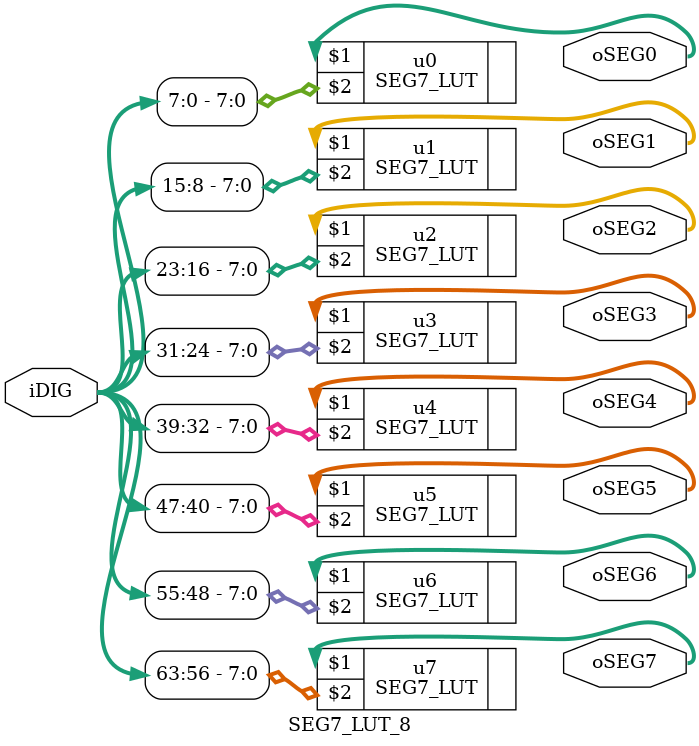
<source format=v>
module SEG7_LUT_8 (	oSEG0,oSEG1,oSEG2,oSEG3,oSEG4,oSEG5,oSEG6,oSEG7,iDIG );
input	[63:0]	iDIG;
output	[6:0]	oSEG0,oSEG1,oSEG2,oSEG3,oSEG4,oSEG5,oSEG6,oSEG7;

SEG7_LUT	u0	(	oSEG0,iDIG[7:0]		);
SEG7_LUT	u1	(	oSEG1,iDIG[15:8]		);
SEG7_LUT	u2	(	oSEG2,iDIG[23:16]	);
SEG7_LUT	u3	(	oSEG3,iDIG[31:24]	);
SEG7_LUT	u4	(	oSEG4,iDIG[39:32]	);
SEG7_LUT	u5	(	oSEG5,iDIG[47:40]	);
SEG7_LUT	u6	(	oSEG6,iDIG[55:48]	);
SEG7_LUT	u7	(	oSEG7,iDIG[63:56]	);

endmodule

</source>
